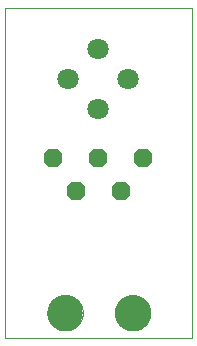
<source format=gts>
G04 EAGLE Gerber RS-274X export*
G75*
%MOMM*%
%FSLAX34Y34*%
%LPD*%
%INSolder Mask top*%
%IPPOS*%
%AMOC8*
5,1,8,0,0,1.08239X$1,22.5*%
G01*
%ADD10C,0.000000*%
%ADD11C,3.000000*%
%ADD12C,1.800000*%
%ADD13P,1.732040X8X22.500000*%


D10*
X845725Y656175D02*
X845730Y656543D01*
X845743Y656911D01*
X845766Y657278D01*
X845797Y657645D01*
X845838Y658011D01*
X845887Y658376D01*
X845946Y658739D01*
X846013Y659101D01*
X846089Y659462D01*
X846175Y659820D01*
X846268Y660176D01*
X846371Y660529D01*
X846482Y660880D01*
X846602Y661228D01*
X846730Y661573D01*
X846867Y661915D01*
X847012Y662254D01*
X847165Y662588D01*
X847327Y662919D01*
X847496Y663246D01*
X847674Y663568D01*
X847859Y663887D01*
X848052Y664200D01*
X848253Y664509D01*
X848461Y664812D01*
X848677Y665110D01*
X848900Y665403D01*
X849130Y665691D01*
X849367Y665973D01*
X849611Y666248D01*
X849861Y666518D01*
X850118Y666782D01*
X850382Y667039D01*
X850652Y667289D01*
X850927Y667533D01*
X851209Y667770D01*
X851497Y668000D01*
X851790Y668223D01*
X852088Y668439D01*
X852391Y668647D01*
X852700Y668848D01*
X853013Y669041D01*
X853332Y669226D01*
X853654Y669404D01*
X853981Y669573D01*
X854312Y669735D01*
X854646Y669888D01*
X854985Y670033D01*
X855327Y670170D01*
X855672Y670298D01*
X856020Y670418D01*
X856371Y670529D01*
X856724Y670632D01*
X857080Y670725D01*
X857438Y670811D01*
X857799Y670887D01*
X858161Y670954D01*
X858524Y671013D01*
X858889Y671062D01*
X859255Y671103D01*
X859622Y671134D01*
X859989Y671157D01*
X860357Y671170D01*
X860725Y671175D01*
X861093Y671170D01*
X861461Y671157D01*
X861828Y671134D01*
X862195Y671103D01*
X862561Y671062D01*
X862926Y671013D01*
X863289Y670954D01*
X863651Y670887D01*
X864012Y670811D01*
X864370Y670725D01*
X864726Y670632D01*
X865079Y670529D01*
X865430Y670418D01*
X865778Y670298D01*
X866123Y670170D01*
X866465Y670033D01*
X866804Y669888D01*
X867138Y669735D01*
X867469Y669573D01*
X867796Y669404D01*
X868118Y669226D01*
X868437Y669041D01*
X868750Y668848D01*
X869059Y668647D01*
X869362Y668439D01*
X869660Y668223D01*
X869953Y668000D01*
X870241Y667770D01*
X870523Y667533D01*
X870798Y667289D01*
X871068Y667039D01*
X871332Y666782D01*
X871589Y666518D01*
X871839Y666248D01*
X872083Y665973D01*
X872320Y665691D01*
X872550Y665403D01*
X872773Y665110D01*
X872989Y664812D01*
X873197Y664509D01*
X873398Y664200D01*
X873591Y663887D01*
X873776Y663568D01*
X873954Y663246D01*
X874123Y662919D01*
X874285Y662588D01*
X874438Y662254D01*
X874583Y661915D01*
X874720Y661573D01*
X874848Y661228D01*
X874968Y660880D01*
X875079Y660529D01*
X875182Y660176D01*
X875275Y659820D01*
X875361Y659462D01*
X875437Y659101D01*
X875504Y658739D01*
X875563Y658376D01*
X875612Y658011D01*
X875653Y657645D01*
X875684Y657278D01*
X875707Y656911D01*
X875720Y656543D01*
X875725Y656175D01*
X875720Y655807D01*
X875707Y655439D01*
X875684Y655072D01*
X875653Y654705D01*
X875612Y654339D01*
X875563Y653974D01*
X875504Y653611D01*
X875437Y653249D01*
X875361Y652888D01*
X875275Y652530D01*
X875182Y652174D01*
X875079Y651821D01*
X874968Y651470D01*
X874848Y651122D01*
X874720Y650777D01*
X874583Y650435D01*
X874438Y650096D01*
X874285Y649762D01*
X874123Y649431D01*
X873954Y649104D01*
X873776Y648782D01*
X873591Y648463D01*
X873398Y648150D01*
X873197Y647841D01*
X872989Y647538D01*
X872773Y647240D01*
X872550Y646947D01*
X872320Y646659D01*
X872083Y646377D01*
X871839Y646102D01*
X871589Y645832D01*
X871332Y645568D01*
X871068Y645311D01*
X870798Y645061D01*
X870523Y644817D01*
X870241Y644580D01*
X869953Y644350D01*
X869660Y644127D01*
X869362Y643911D01*
X869059Y643703D01*
X868750Y643502D01*
X868437Y643309D01*
X868118Y643124D01*
X867796Y642946D01*
X867469Y642777D01*
X867138Y642615D01*
X866804Y642462D01*
X866465Y642317D01*
X866123Y642180D01*
X865778Y642052D01*
X865430Y641932D01*
X865079Y641821D01*
X864726Y641718D01*
X864370Y641625D01*
X864012Y641539D01*
X863651Y641463D01*
X863289Y641396D01*
X862926Y641337D01*
X862561Y641288D01*
X862195Y641247D01*
X861828Y641216D01*
X861461Y641193D01*
X861093Y641180D01*
X860725Y641175D01*
X860357Y641180D01*
X859989Y641193D01*
X859622Y641216D01*
X859255Y641247D01*
X858889Y641288D01*
X858524Y641337D01*
X858161Y641396D01*
X857799Y641463D01*
X857438Y641539D01*
X857080Y641625D01*
X856724Y641718D01*
X856371Y641821D01*
X856020Y641932D01*
X855672Y642052D01*
X855327Y642180D01*
X854985Y642317D01*
X854646Y642462D01*
X854312Y642615D01*
X853981Y642777D01*
X853654Y642946D01*
X853332Y643124D01*
X853013Y643309D01*
X852700Y643502D01*
X852391Y643703D01*
X852088Y643911D01*
X851790Y644127D01*
X851497Y644350D01*
X851209Y644580D01*
X850927Y644817D01*
X850652Y645061D01*
X850382Y645311D01*
X850118Y645568D01*
X849861Y645832D01*
X849611Y646102D01*
X849367Y646377D01*
X849130Y646659D01*
X848900Y646947D01*
X848677Y647240D01*
X848461Y647538D01*
X848253Y647841D01*
X848052Y648150D01*
X847859Y648463D01*
X847674Y648782D01*
X847496Y649104D01*
X847327Y649431D01*
X847165Y649762D01*
X847012Y650096D01*
X846867Y650435D01*
X846730Y650777D01*
X846602Y651122D01*
X846482Y651470D01*
X846371Y651821D01*
X846268Y652174D01*
X846175Y652530D01*
X846089Y652888D01*
X846013Y653249D01*
X845946Y653611D01*
X845887Y653974D01*
X845838Y654339D01*
X845797Y654705D01*
X845766Y655072D01*
X845743Y655439D01*
X845730Y655807D01*
X845725Y656175D01*
D11*
X860725Y656175D03*
D10*
X902875Y656175D02*
X902880Y656543D01*
X902893Y656911D01*
X902916Y657278D01*
X902947Y657645D01*
X902988Y658011D01*
X903037Y658376D01*
X903096Y658739D01*
X903163Y659101D01*
X903239Y659462D01*
X903325Y659820D01*
X903418Y660176D01*
X903521Y660529D01*
X903632Y660880D01*
X903752Y661228D01*
X903880Y661573D01*
X904017Y661915D01*
X904162Y662254D01*
X904315Y662588D01*
X904477Y662919D01*
X904646Y663246D01*
X904824Y663568D01*
X905009Y663887D01*
X905202Y664200D01*
X905403Y664509D01*
X905611Y664812D01*
X905827Y665110D01*
X906050Y665403D01*
X906280Y665691D01*
X906517Y665973D01*
X906761Y666248D01*
X907011Y666518D01*
X907268Y666782D01*
X907532Y667039D01*
X907802Y667289D01*
X908077Y667533D01*
X908359Y667770D01*
X908647Y668000D01*
X908940Y668223D01*
X909238Y668439D01*
X909541Y668647D01*
X909850Y668848D01*
X910163Y669041D01*
X910482Y669226D01*
X910804Y669404D01*
X911131Y669573D01*
X911462Y669735D01*
X911796Y669888D01*
X912135Y670033D01*
X912477Y670170D01*
X912822Y670298D01*
X913170Y670418D01*
X913521Y670529D01*
X913874Y670632D01*
X914230Y670725D01*
X914588Y670811D01*
X914949Y670887D01*
X915311Y670954D01*
X915674Y671013D01*
X916039Y671062D01*
X916405Y671103D01*
X916772Y671134D01*
X917139Y671157D01*
X917507Y671170D01*
X917875Y671175D01*
X918243Y671170D01*
X918611Y671157D01*
X918978Y671134D01*
X919345Y671103D01*
X919711Y671062D01*
X920076Y671013D01*
X920439Y670954D01*
X920801Y670887D01*
X921162Y670811D01*
X921520Y670725D01*
X921876Y670632D01*
X922229Y670529D01*
X922580Y670418D01*
X922928Y670298D01*
X923273Y670170D01*
X923615Y670033D01*
X923954Y669888D01*
X924288Y669735D01*
X924619Y669573D01*
X924946Y669404D01*
X925268Y669226D01*
X925587Y669041D01*
X925900Y668848D01*
X926209Y668647D01*
X926512Y668439D01*
X926810Y668223D01*
X927103Y668000D01*
X927391Y667770D01*
X927673Y667533D01*
X927948Y667289D01*
X928218Y667039D01*
X928482Y666782D01*
X928739Y666518D01*
X928989Y666248D01*
X929233Y665973D01*
X929470Y665691D01*
X929700Y665403D01*
X929923Y665110D01*
X930139Y664812D01*
X930347Y664509D01*
X930548Y664200D01*
X930741Y663887D01*
X930926Y663568D01*
X931104Y663246D01*
X931273Y662919D01*
X931435Y662588D01*
X931588Y662254D01*
X931733Y661915D01*
X931870Y661573D01*
X931998Y661228D01*
X932118Y660880D01*
X932229Y660529D01*
X932332Y660176D01*
X932425Y659820D01*
X932511Y659462D01*
X932587Y659101D01*
X932654Y658739D01*
X932713Y658376D01*
X932762Y658011D01*
X932803Y657645D01*
X932834Y657278D01*
X932857Y656911D01*
X932870Y656543D01*
X932875Y656175D01*
X932870Y655807D01*
X932857Y655439D01*
X932834Y655072D01*
X932803Y654705D01*
X932762Y654339D01*
X932713Y653974D01*
X932654Y653611D01*
X932587Y653249D01*
X932511Y652888D01*
X932425Y652530D01*
X932332Y652174D01*
X932229Y651821D01*
X932118Y651470D01*
X931998Y651122D01*
X931870Y650777D01*
X931733Y650435D01*
X931588Y650096D01*
X931435Y649762D01*
X931273Y649431D01*
X931104Y649104D01*
X930926Y648782D01*
X930741Y648463D01*
X930548Y648150D01*
X930347Y647841D01*
X930139Y647538D01*
X929923Y647240D01*
X929700Y646947D01*
X929470Y646659D01*
X929233Y646377D01*
X928989Y646102D01*
X928739Y645832D01*
X928482Y645568D01*
X928218Y645311D01*
X927948Y645061D01*
X927673Y644817D01*
X927391Y644580D01*
X927103Y644350D01*
X926810Y644127D01*
X926512Y643911D01*
X926209Y643703D01*
X925900Y643502D01*
X925587Y643309D01*
X925268Y643124D01*
X924946Y642946D01*
X924619Y642777D01*
X924288Y642615D01*
X923954Y642462D01*
X923615Y642317D01*
X923273Y642180D01*
X922928Y642052D01*
X922580Y641932D01*
X922229Y641821D01*
X921876Y641718D01*
X921520Y641625D01*
X921162Y641539D01*
X920801Y641463D01*
X920439Y641396D01*
X920076Y641337D01*
X919711Y641288D01*
X919345Y641247D01*
X918978Y641216D01*
X918611Y641193D01*
X918243Y641180D01*
X917875Y641175D01*
X917507Y641180D01*
X917139Y641193D01*
X916772Y641216D01*
X916405Y641247D01*
X916039Y641288D01*
X915674Y641337D01*
X915311Y641396D01*
X914949Y641463D01*
X914588Y641539D01*
X914230Y641625D01*
X913874Y641718D01*
X913521Y641821D01*
X913170Y641932D01*
X912822Y642052D01*
X912477Y642180D01*
X912135Y642317D01*
X911796Y642462D01*
X911462Y642615D01*
X911131Y642777D01*
X910804Y642946D01*
X910482Y643124D01*
X910163Y643309D01*
X909850Y643502D01*
X909541Y643703D01*
X909238Y643911D01*
X908940Y644127D01*
X908647Y644350D01*
X908359Y644580D01*
X908077Y644817D01*
X907802Y645061D01*
X907532Y645311D01*
X907268Y645568D01*
X907011Y645832D01*
X906761Y646102D01*
X906517Y646377D01*
X906280Y646659D01*
X906050Y646947D01*
X905827Y647240D01*
X905611Y647538D01*
X905403Y647841D01*
X905202Y648150D01*
X905009Y648463D01*
X904824Y648782D01*
X904646Y649104D01*
X904477Y649431D01*
X904315Y649762D01*
X904162Y650096D01*
X904017Y650435D01*
X903880Y650777D01*
X903752Y651122D01*
X903632Y651470D01*
X903521Y651821D01*
X903418Y652174D01*
X903325Y652530D01*
X903239Y652888D01*
X903163Y653249D01*
X903096Y653611D01*
X903037Y653974D01*
X902988Y654339D01*
X902947Y654705D01*
X902916Y655072D01*
X902893Y655439D01*
X902880Y655807D01*
X902875Y656175D01*
D11*
X917875Y656175D03*
D10*
X968375Y914400D02*
X809625Y914400D01*
X809625Y635000D01*
X968375Y635000D02*
X968375Y914400D01*
X968375Y635000D02*
X809625Y635000D01*
D12*
X863600Y854075D03*
X889000Y828675D03*
X914400Y854075D03*
X889000Y879475D03*
D13*
X927100Y787400D03*
X908050Y758825D03*
X889000Y787400D03*
X869950Y758825D03*
X850900Y787400D03*
M02*

</source>
